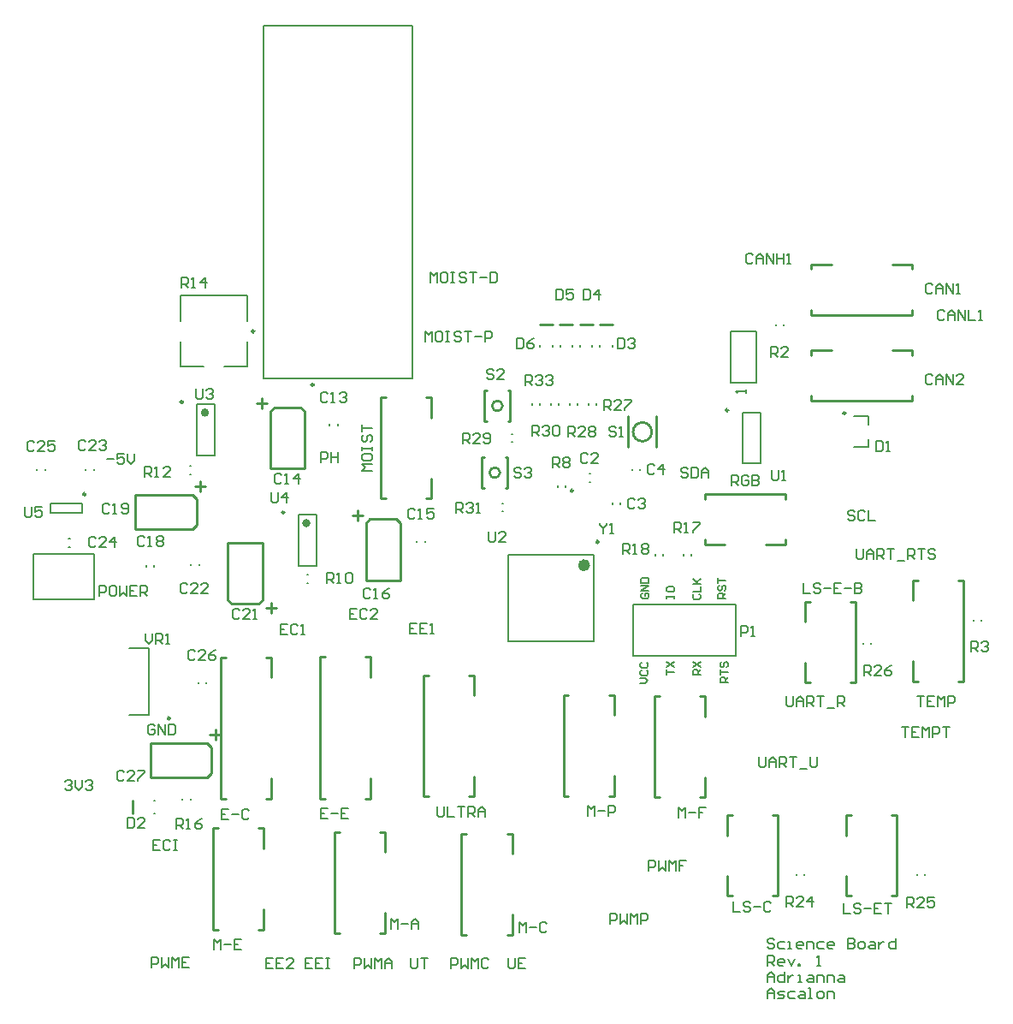
<source format=gto>
G04*
G04 #@! TF.GenerationSoftware,Altium Limited,Altium Designer,18.1.7 (191)*
G04*
G04 Layer_Color=65535*
%FSLAX25Y25*%
%MOIN*%
G70*
G01*
G75*
%ADD10C,0.00984*%
%ADD11C,0.01575*%
%ADD12C,0.02362*%
%ADD13C,0.01000*%
%ADD14C,0.00787*%
%ADD15C,0.00984*%
%ADD16C,0.00700*%
%ADD17C,0.00500*%
D10*
X286517Y239846D02*
G03*
X286517Y239846I-492J0D01*
G01*
X332185Y238685D02*
G03*
X332185Y238685I-492J0D01*
G01*
X197508Y215500D02*
G03*
X197508Y215500I-2008J0D01*
G01*
X198507Y241500D02*
G03*
X198507Y241500I-2008J0D01*
G01*
X68976Y119880D02*
G03*
X68976Y119880I-492J0D01*
G01*
X226052Y208475D02*
G03*
X226052Y208475I-492J0D01*
G01*
X36079Y207105D02*
G03*
X36079Y207105I-492J0D01*
G01*
X113543Y200038D02*
G03*
X113543Y200038I-492J0D01*
G01*
X74043Y243038D02*
G03*
X74043Y243038I-492J0D01*
G01*
X236012Y188542D02*
G03*
X236012Y188542I-492J0D01*
G01*
X101847Y270553D02*
G03*
X101847Y270553I-492J0D01*
G01*
X124992Y249701D02*
G03*
X124992Y249701I-492J0D01*
G01*
D11*
X122894Y195884D02*
G03*
X122894Y195884I-787J0D01*
G01*
X83394Y238884D02*
G03*
X83394Y238884I-787J0D01*
G01*
D12*
X231476Y179487D02*
G03*
X231476Y179487I-1181J0D01*
G01*
D13*
X256665Y231377D02*
G03*
X256665Y231377I-3630J0D01*
G01*
X54500Y82885D02*
Y87885D01*
X61291Y96807D02*
X83535D01*
X61291Y110193D02*
X83535D01*
X61291Y96807D02*
Y110193D01*
X85110Y98382D02*
Y108618D01*
X83535Y110193D02*
X85110Y108618D01*
X83535Y96807D02*
X85110Y98382D01*
X86610Y111500D02*
Y115500D01*
X84535Y113500D02*
X88535D01*
X142000Y196927D02*
Y200927D01*
X140000Y199002D02*
X144000D01*
X157118Y197502D02*
X158693Y195928D01*
X145307D02*
X146882Y197502D01*
X157118D01*
X145307Y173684D02*
X158693D01*
X145307D02*
Y195928D01*
X158693Y173684D02*
Y195928D01*
X200421Y209594D02*
Y221406D01*
X199594Y209594D02*
X200421D01*
X199594Y221406D02*
X200421D01*
X190579Y209594D02*
X191406D01*
X190579Y221406D02*
X191406D01*
X190579Y209594D02*
Y221406D01*
X191579Y235595D02*
Y247406D01*
X192406D01*
X191579Y235595D02*
X192406D01*
X200595Y247406D02*
X201421D01*
X200595Y235595D02*
X201421D01*
Y247406D01*
X220903Y273332D02*
X225903D01*
X228602D02*
X233602D01*
X236301D02*
X241301D01*
X213205D02*
X218205D01*
X258547Y225373D02*
Y237381D01*
X247524Y225373D02*
Y237381D01*
X91563Y165955D02*
Y188199D01*
X104949Y165955D02*
Y188199D01*
X91563D02*
X104949D01*
X93138Y164380D02*
X103374D01*
X104949Y165955D01*
X91563D02*
X93138Y164380D01*
X106256Y162880D02*
X110256D01*
X108256Y160955D02*
Y164955D01*
X55548Y193498D02*
X77792D01*
X55548Y206884D02*
X77792D01*
X55548Y193498D02*
Y206884D01*
X79367Y195073D02*
Y205310D01*
X77792Y206884D02*
X79367Y205310D01*
X77792Y193498D02*
X79367Y195073D01*
X80867Y208191D02*
Y212191D01*
X78792Y210191D02*
X82792D01*
X121449Y217183D02*
Y239427D01*
X108063Y217183D02*
Y239427D01*
Y217183D02*
X121449D01*
X109638Y241002D02*
X119874D01*
X108063Y239427D02*
X109638Y241002D01*
X119874D02*
X121449Y239427D01*
X102756Y242502D02*
X106756D01*
X104756Y240427D02*
Y244427D01*
D14*
X291931Y219158D02*
X299017D01*
X291931Y238843D02*
X299017D01*
Y219158D02*
Y238843D01*
X291931Y219158D02*
Y238843D01*
X62799Y82924D02*
X63201D01*
X62799Y87845D02*
X63201D01*
X308075Y272953D02*
Y273346D01*
X304925Y272953D02*
Y273346D01*
X341043Y225398D02*
Y228646D01*
X335532Y225398D02*
X341043D01*
Y234354D02*
Y237602D01*
X335532D02*
X341043D01*
X39374Y166142D02*
Y183858D01*
X15752Y166142D02*
X39374D01*
X15752D02*
Y183858D01*
X39374D01*
X257925Y183303D02*
Y183697D01*
X261075Y183303D02*
Y183697D01*
X359925Y58803D02*
Y59197D01*
X363075Y58803D02*
Y59197D01*
X316075Y58953D02*
Y59346D01*
X312925Y58953D02*
Y59346D01*
X381925Y157953D02*
Y158346D01*
X385075Y157953D02*
Y158346D01*
X342075Y148953D02*
Y149347D01*
X338925Y148953D02*
Y149347D01*
X272075Y183303D02*
Y183697D01*
X268925Y183303D02*
Y183697D01*
X289394Y144119D02*
Y164119D01*
X249394D02*
X289394D01*
X249394Y144119D02*
Y164119D01*
Y144119D02*
X289394D01*
X202154Y227425D02*
X202547D01*
X202154Y230575D02*
X202547D01*
X198303Y203575D02*
X198697D01*
X198303Y200425D02*
X198697D01*
X223075Y209995D02*
Y210388D01*
X219925Y209995D02*
Y210388D01*
X241398Y203341D02*
Y203735D01*
X244547Y203341D02*
Y203735D01*
X248925Y216494D02*
Y216888D01*
X252075Y216494D02*
Y216888D01*
X225864Y264631D02*
Y265033D01*
X220943Y264631D02*
Y265033D01*
X233563Y264631D02*
Y265033D01*
X228641Y264631D02*
Y265033D01*
X241261Y264631D02*
Y265033D01*
X236340Y264631D02*
Y265033D01*
X218165Y264631D02*
Y265033D01*
X213244Y264631D02*
Y265033D01*
X224639Y242006D02*
Y242400D01*
X227789Y242006D02*
Y242400D01*
X217306Y242006D02*
Y242400D01*
X220455Y242006D02*
Y242400D01*
X231972Y242006D02*
Y242400D01*
X235122Y242006D02*
Y242400D01*
X209972Y242006D02*
Y242400D01*
X213122Y242006D02*
Y242400D01*
X297500Y250500D02*
Y270500D01*
X287500D02*
X297500D01*
X287500Y250500D02*
Y270500D01*
Y250500D02*
X297500D01*
X53024Y147065D02*
X60827D01*
Y121317D02*
Y147065D01*
X53024Y121317D02*
X60827D01*
X232303Y215117D02*
X232697D01*
X232303Y211967D02*
X232697D01*
X22398Y199723D02*
X34602D01*
X22398Y203660D02*
X34602D01*
X22398Y199723D02*
Y203660D01*
X34602Y199723D02*
Y203660D01*
X118957Y179349D02*
X126043D01*
X118957Y199034D02*
X126043D01*
Y179349D02*
Y199034D01*
X118957Y179349D02*
Y199034D01*
X79457Y222349D02*
Y242034D01*
X86543Y222349D02*
Y242034D01*
X79457D02*
X86543D01*
X79457Y222349D02*
X86543D01*
X200768Y183423D02*
X234232D01*
X200768Y149959D02*
X234232D01*
Y183423D01*
X200768Y149959D02*
Y183423D01*
X76981Y88042D02*
Y88436D01*
X73831Y88042D02*
Y88436D01*
X73008Y256931D02*
X81965D01*
X90035D02*
X98992D01*
X73008Y274589D02*
Y284451D01*
Y256931D02*
Y266518D01*
X98992Y256931D02*
Y266518D01*
Y274589D02*
Y284451D01*
X73008D02*
X98992D01*
X76654Y214925D02*
X77047D01*
X76654Y218075D02*
X77047D01*
X122303Y172617D02*
X122697D01*
X122303Y175766D02*
X122697D01*
X105563Y252260D02*
Y389661D01*
X163437Y252260D02*
Y389661D01*
X105563Y252260D02*
X163437D01*
X105563Y389661D02*
X163437D01*
X79925Y133494D02*
Y133888D01*
X83075Y133494D02*
Y133888D01*
X20331Y216494D02*
Y216888D01*
X17182Y216494D02*
Y216888D01*
X29560Y189766D02*
X29953D01*
X29560Y186617D02*
X29953D01*
X36182Y216494D02*
Y216888D01*
X39331Y216494D02*
Y216888D01*
X77182Y179495D02*
Y179888D01*
X80331Y179495D02*
Y179888D01*
X59682Y178995D02*
Y179388D01*
X62831Y178995D02*
Y179388D01*
X165182Y188495D02*
Y188888D01*
X168331Y188495D02*
Y188888D01*
X131182Y233995D02*
Y234388D01*
X134331Y233995D02*
Y234388D01*
D15*
X170685Y236912D02*
Y244786D01*
X168717D02*
X170685D01*
X151000D02*
X152969D01*
X151000Y205416D02*
Y244786D01*
Y205416D02*
X152969D01*
X168717D02*
X170685D01*
Y213290D01*
X202266Y67077D02*
Y74951D01*
X200298D02*
X202266D01*
X182581D02*
X184550D01*
X182581Y35581D02*
Y74951D01*
Y35581D02*
X184550D01*
X200298D02*
X202266D01*
Y43455D01*
X152766Y67693D02*
Y75567D01*
X150798D02*
X152766D01*
X133081D02*
X135050D01*
X133081Y36197D02*
Y75567D01*
Y36197D02*
X135050D01*
X150798D02*
X152766D01*
Y44071D01*
X350311Y263185D02*
X358185D01*
Y261217D02*
Y263185D01*
Y243500D02*
Y245469D01*
X318815Y243500D02*
X358185D01*
X318815D02*
Y245469D01*
Y261217D02*
Y263185D01*
X326689D01*
X105514Y69154D02*
Y77028D01*
X103546D02*
X105514D01*
X85829D02*
X87798D01*
X85829Y37658D02*
Y77028D01*
Y37658D02*
X87798D01*
X103546D02*
X105514D01*
Y45532D01*
X147185Y135872D02*
Y143746D01*
X145217D02*
X147185D01*
X127500D02*
X129469D01*
X127500Y88629D02*
Y143746D01*
Y88629D02*
X129469D01*
X145217D02*
X147185D01*
Y96503D01*
X108484Y88506D02*
Y96380D01*
X106516Y88506D02*
X108484D01*
X88799D02*
X90768D01*
X88799D02*
Y143624D01*
X90768D01*
X106516D02*
X108484D01*
Y135750D02*
Y143624D01*
X277342Y120634D02*
Y128508D01*
X275374D02*
X277342D01*
X257657D02*
X259626D01*
X257657Y89138D02*
Y128508D01*
Y89138D02*
X259626D01*
X275374D02*
X277342D01*
Y97012D01*
X358516Y134315D02*
Y142189D01*
Y134315D02*
X360484D01*
X376232D02*
X378201D01*
Y173685D01*
X376232D02*
X378201D01*
X358516D02*
X360484D01*
X358516Y165811D02*
Y173685D01*
X286016Y50689D02*
Y58563D01*
Y50689D02*
X287984D01*
X286016Y74311D02*
Y82185D01*
X287984D01*
X303732D02*
X305701D01*
X303732Y50689D02*
X305701D01*
Y82185D01*
X316315Y133752D02*
Y141626D01*
Y133752D02*
X318283D01*
X316315Y157374D02*
Y165248D01*
X318283D01*
X334031D02*
X336000D01*
X334031Y133752D02*
X336000D01*
Y165248D01*
X332315Y50689D02*
Y58563D01*
Y50689D02*
X334283D01*
X332315Y74311D02*
Y82185D01*
X334283D01*
X350031D02*
X352000D01*
X350031Y50689D02*
X352000D01*
Y82185D01*
X241953Y89638D02*
Y97512D01*
X239985Y89638D02*
X241953D01*
X222268D02*
X224237D01*
X222268D02*
Y129008D01*
X224237D01*
X239985D02*
X241953D01*
Y121134D02*
Y129008D01*
X187484Y89441D02*
Y97315D01*
X185516Y89441D02*
X187484D01*
X167799D02*
X169768D01*
X167799D02*
Y136685D01*
X169768D01*
X185516D02*
X187484D01*
Y128811D02*
Y136685D01*
X277315Y207201D02*
X308811D01*
Y205232D02*
Y207201D01*
X277315Y205232D02*
Y207201D01*
Y187516D02*
Y189484D01*
Y187516D02*
X285189D01*
X308811D02*
Y189484D01*
X300937Y187516D02*
X308811D01*
X350311Y296685D02*
X358185D01*
Y294717D02*
Y296685D01*
Y277000D02*
Y278969D01*
X318815Y277000D02*
X358185D01*
X318815D02*
Y278969D01*
Y294717D02*
Y296685D01*
X326689D01*
D16*
X304366Y33468D02*
X303699Y34134D01*
X302366D01*
X301700Y33468D01*
Y32801D01*
X302366Y32135D01*
X303699D01*
X304366Y31468D01*
Y30802D01*
X303699Y30135D01*
X302366D01*
X301700Y30802D01*
X308365Y32801D02*
X306365D01*
X305699Y32135D01*
Y30802D01*
X306365Y30135D01*
X308365D01*
X309697D02*
X311030D01*
X310364D01*
Y32801D01*
X309697D01*
X315029Y30135D02*
X313696D01*
X313030Y30802D01*
Y32135D01*
X313696Y32801D01*
X315029D01*
X315696Y32135D01*
Y31468D01*
X313030D01*
X317028Y30135D02*
Y32801D01*
X319028D01*
X319694Y32135D01*
Y30135D01*
X323693Y32801D02*
X321694D01*
X321027Y32135D01*
Y30802D01*
X321694Y30135D01*
X323693D01*
X327025D02*
X325692D01*
X325026Y30802D01*
Y32135D01*
X325692Y32801D01*
X327025D01*
X327692Y32135D01*
Y31468D01*
X325026D01*
X333023Y34134D02*
Y30135D01*
X335023D01*
X335689Y30802D01*
Y31468D01*
X335023Y32135D01*
X333023D01*
X335023D01*
X335689Y32801D01*
Y33468D01*
X335023Y34134D01*
X333023D01*
X337688Y30135D02*
X339021D01*
X339688Y30802D01*
Y32135D01*
X339021Y32801D01*
X337688D01*
X337022Y32135D01*
Y30802D01*
X337688Y30135D01*
X341687Y32801D02*
X343020D01*
X343687Y32135D01*
Y30135D01*
X341687D01*
X341021Y30802D01*
X341687Y31468D01*
X343687D01*
X345019Y32801D02*
Y30135D01*
Y31468D01*
X345686Y32135D01*
X346352Y32801D01*
X347019D01*
X351684Y34134D02*
Y30135D01*
X349685D01*
X349018Y30802D01*
Y32135D01*
X349685Y32801D01*
X351684D01*
X301700Y23657D02*
Y27656D01*
X303699D01*
X304366Y26989D01*
Y25656D01*
X303699Y24990D01*
X301700D01*
X303033D02*
X304366Y23657D01*
X307698D02*
X306365D01*
X305699Y24323D01*
Y25656D01*
X306365Y26323D01*
X307698D01*
X308365Y25656D01*
Y24990D01*
X305699D01*
X309697Y26323D02*
X311030Y23657D01*
X312363Y26323D01*
X313696Y23657D02*
Y24323D01*
X314363D01*
Y23657D01*
X313696D01*
X321027D02*
X322360D01*
X321694D01*
Y27656D01*
X321027Y26989D01*
X301700Y17178D02*
Y19844D01*
X303033Y21177D01*
X304366Y19844D01*
Y17178D01*
Y19178D01*
X301700D01*
X308365Y21177D02*
Y17178D01*
X306365D01*
X305699Y17845D01*
Y19178D01*
X306365Y19844D01*
X308365D01*
X309697D02*
Y17178D01*
Y18511D01*
X310364Y19178D01*
X311030Y19844D01*
X311697D01*
X313696Y17178D02*
X315029D01*
X314363D01*
Y19844D01*
X313696D01*
X317695D02*
X319028D01*
X319694Y19178D01*
Y17178D01*
X317695D01*
X317028Y17845D01*
X317695Y18511D01*
X319694D01*
X321027Y17178D02*
Y19844D01*
X323026D01*
X323693Y19178D01*
Y17178D01*
X325026D02*
Y19844D01*
X327025D01*
X327692Y19178D01*
Y17178D01*
X329691Y19844D02*
X331024D01*
X331690Y19178D01*
Y17178D01*
X329691D01*
X329025Y17845D01*
X329691Y18511D01*
X331690D01*
X301700Y10700D02*
Y13366D01*
X303033Y14699D01*
X304366Y13366D01*
Y10700D01*
Y12699D01*
X301700D01*
X305699Y10700D02*
X307698D01*
X308365Y11366D01*
X307698Y12033D01*
X306365D01*
X305699Y12699D01*
X306365Y13366D01*
X308365D01*
X312363D02*
X310364D01*
X309697Y12699D01*
Y11366D01*
X310364Y10700D01*
X312363D01*
X314363Y13366D02*
X315696D01*
X316362Y12699D01*
Y10700D01*
X314363D01*
X313696Y11366D01*
X314363Y12033D01*
X316362D01*
X317695Y10700D02*
X319028D01*
X318361D01*
Y14699D01*
X317695D01*
X321694Y10700D02*
X323026D01*
X323693Y11366D01*
Y12699D01*
X323026Y13366D01*
X321694D01*
X321027Y12699D01*
Y11366D01*
X321694Y10700D01*
X325026D02*
Y13366D01*
X327025D01*
X327692Y12699D01*
Y10700D01*
X240500Y40000D02*
Y43999D01*
X242499D01*
X243166Y43332D01*
Y41999D01*
X242499Y41333D01*
X240500D01*
X244499Y43999D02*
Y40000D01*
X245832Y41333D01*
X247165Y40000D01*
Y43999D01*
X248497Y40000D02*
Y43999D01*
X249830Y42666D01*
X251163Y43999D01*
Y40000D01*
X252496D02*
Y43999D01*
X254496D01*
X255162Y43332D01*
Y41999D01*
X254496Y41333D01*
X252496D01*
X255500Y60500D02*
Y64499D01*
X257499D01*
X258166Y63832D01*
Y62499D01*
X257499Y61833D01*
X255500D01*
X259499Y64499D02*
Y60500D01*
X260832Y61833D01*
X262164Y60500D01*
Y64499D01*
X263497Y60500D02*
Y64499D01*
X264830Y63166D01*
X266163Y64499D01*
Y60500D01*
X270162Y64499D02*
X267496D01*
Y62499D01*
X268829D01*
X267496D01*
Y60500D01*
X61900Y23000D02*
Y26999D01*
X63899D01*
X64566Y26332D01*
Y24999D01*
X63899Y24333D01*
X61900D01*
X65899Y26999D02*
Y23000D01*
X67232Y24333D01*
X68564Y23000D01*
Y26999D01*
X69897Y23000D02*
Y26999D01*
X71230Y25666D01*
X72563Y26999D01*
Y23000D01*
X76562Y26999D02*
X73896D01*
Y23000D01*
X76562D01*
X73896Y24999D02*
X75229D01*
X178400Y22500D02*
Y26499D01*
X180399D01*
X181066Y25832D01*
Y24499D01*
X180399Y23833D01*
X178400D01*
X182399Y26499D02*
Y22500D01*
X183732Y23833D01*
X185064Y22500D01*
Y26499D01*
X186397Y22500D02*
Y26499D01*
X187730Y25166D01*
X189063Y26499D01*
Y22500D01*
X193062Y25832D02*
X192395Y26499D01*
X191063D01*
X190396Y25832D01*
Y23167D01*
X191063Y22500D01*
X192395D01*
X193062Y23167D01*
X140900Y22500D02*
Y26499D01*
X142899D01*
X143566Y25832D01*
Y24499D01*
X142899Y23833D01*
X140900D01*
X144899Y26499D02*
Y22500D01*
X146232Y23833D01*
X147564Y22500D01*
Y26499D01*
X148897Y22500D02*
Y26499D01*
X150230Y25166D01*
X151563Y26499D01*
Y22500D01*
X152896D02*
Y25166D01*
X154229Y26499D01*
X155562Y25166D01*
Y22500D01*
Y24499D01*
X152896D01*
X366166Y253332D02*
X365499Y253999D01*
X364166D01*
X363500Y253332D01*
Y250666D01*
X364166Y250000D01*
X365499D01*
X366166Y250666D01*
X367499Y250000D02*
Y252666D01*
X368832Y253999D01*
X370164Y252666D01*
Y250000D01*
Y251999D01*
X367499D01*
X371497Y250000D02*
Y253999D01*
X374163Y250000D01*
Y253999D01*
X378162Y250000D02*
X375496D01*
X378162Y252666D01*
Y253332D01*
X377496Y253999D01*
X376163D01*
X375496Y253332D01*
X360025Y128454D02*
X362690D01*
X361357D01*
Y124455D01*
X366689Y128454D02*
X364023D01*
Y124455D01*
X366689D01*
X364023Y126454D02*
X365356D01*
X368022Y124455D02*
Y128454D01*
X369355Y127121D01*
X370688Y128454D01*
Y124455D01*
X372021D02*
Y128454D01*
X374020D01*
X374687Y127787D01*
Y126454D01*
X374020Y125788D01*
X372021D01*
X130366Y84699D02*
X127700D01*
Y80700D01*
X130366D01*
X127700Y82699D02*
X129033D01*
X131699D02*
X134364D01*
X138363Y84699D02*
X135697D01*
Y80700D01*
X138363D01*
X135697Y82699D02*
X137030D01*
X354000Y116499D02*
X356666D01*
X355333D01*
Y112500D01*
X360665Y116499D02*
X357999D01*
Y112500D01*
X360665D01*
X357999Y114499D02*
X359332D01*
X361997Y112500D02*
Y116499D01*
X363330Y115166D01*
X364663Y116499D01*
Y112500D01*
X365996D02*
Y116499D01*
X367996D01*
X368662Y115832D01*
Y114499D01*
X367996Y113833D01*
X365996D01*
X369995Y116499D02*
X372661D01*
X371328D01*
Y112500D01*
X44500Y220999D02*
X47166D01*
X51165Y222999D02*
X48499D01*
Y220999D01*
X49832Y221666D01*
X50498D01*
X51165Y220999D01*
Y219666D01*
X50498Y219000D01*
X49165D01*
X48499Y219666D01*
X52497Y222999D02*
Y220333D01*
X53830Y219000D01*
X55163Y220333D01*
Y222999D01*
X267000Y81300D02*
Y85299D01*
X268333Y83966D01*
X269666Y85299D01*
Y81300D01*
X270999Y83299D02*
X273664D01*
X277663Y85299D02*
X274997D01*
Y83299D01*
X276330D01*
X274997D01*
Y81300D01*
X231700Y81800D02*
Y85799D01*
X233033Y84466D01*
X234366Y85799D01*
Y81800D01*
X235699Y83799D02*
X238365D01*
X239697Y81800D02*
Y85799D01*
X241697D01*
X242363Y85132D01*
Y83799D01*
X241697Y83133D01*
X239697D01*
X205666Y216832D02*
X204999Y217499D01*
X203666D01*
X203000Y216832D01*
Y216166D01*
X203666Y215499D01*
X204999D01*
X205666Y214833D01*
Y214166D01*
X204999Y213500D01*
X203666D01*
X203000Y214166D01*
X206999Y216832D02*
X207665Y217499D01*
X208998D01*
X209665Y216832D01*
Y216166D01*
X208998Y215499D01*
X208332D01*
X208998D01*
X209665Y214833D01*
Y214166D01*
X208998Y213500D01*
X207665D01*
X206999Y214166D01*
X195166Y255332D02*
X194499Y255999D01*
X193166D01*
X192500Y255332D01*
Y254666D01*
X193166Y253999D01*
X194499D01*
X195166Y253333D01*
Y252666D01*
X194499Y252000D01*
X193166D01*
X192500Y252666D01*
X199164Y252000D02*
X196499D01*
X199164Y254666D01*
Y255332D01*
X198498Y255999D01*
X197165D01*
X196499Y255332D01*
X207500Y249500D02*
Y253499D01*
X209499D01*
X210166Y252832D01*
Y251499D01*
X209499Y250833D01*
X207500D01*
X208833D02*
X210166Y249500D01*
X211499Y252832D02*
X212165Y253499D01*
X213498D01*
X214164Y252832D01*
Y252166D01*
X213498Y251499D01*
X212832D01*
X213498D01*
X214164Y250833D01*
Y250166D01*
X213498Y249500D01*
X212165D01*
X211499Y250166D01*
X215497Y252832D02*
X216164Y253499D01*
X217497D01*
X218163Y252832D01*
Y252166D01*
X217497Y251499D01*
X216830D01*
X217497D01*
X218163Y250833D01*
Y250166D01*
X217497Y249500D01*
X216164D01*
X215497Y250166D01*
X210000Y230000D02*
Y233999D01*
X211999D01*
X212666Y233332D01*
Y231999D01*
X211999Y231333D01*
X210000D01*
X211333D02*
X212666Y230000D01*
X213999Y233332D02*
X214665Y233999D01*
X215998D01*
X216665Y233332D01*
Y232666D01*
X215998Y231999D01*
X215332D01*
X215998D01*
X216665Y231333D01*
Y230666D01*
X215998Y230000D01*
X214665D01*
X213999Y230666D01*
X217997Y233332D02*
X218664Y233999D01*
X219997D01*
X220663Y233332D01*
Y230666D01*
X219997Y230000D01*
X218664D01*
X217997Y230666D01*
Y233332D01*
X224000Y229500D02*
Y233499D01*
X225999D01*
X226666Y232832D01*
Y231499D01*
X225999Y230833D01*
X224000D01*
X225333D02*
X226666Y229500D01*
X230664D02*
X227999D01*
X230664Y232166D01*
Y232832D01*
X229998Y233499D01*
X228665D01*
X227999Y232832D01*
X231997D02*
X232664Y233499D01*
X233997D01*
X234663Y232832D01*
Y232166D01*
X233997Y231499D01*
X234663Y230833D01*
Y230166D01*
X233997Y229500D01*
X232664D01*
X231997Y230166D01*
Y230833D01*
X232664Y231499D01*
X231997Y232166D01*
Y232832D01*
X232664Y231499D02*
X233997D01*
X238000Y240000D02*
Y243999D01*
X239999D01*
X240666Y243332D01*
Y241999D01*
X239999Y241333D01*
X238000D01*
X239333D02*
X240666Y240000D01*
X244665D02*
X241999D01*
X244665Y242666D01*
Y243332D01*
X243998Y243999D01*
X242665D01*
X241999Y243332D01*
X245997Y243999D02*
X248663D01*
Y243332D01*
X245997Y240666D01*
Y240000D01*
X204000Y267999D02*
Y264000D01*
X205999D01*
X206666Y264666D01*
Y267332D01*
X205999Y267999D01*
X204000D01*
X210665D02*
X209332Y267332D01*
X207999Y265999D01*
Y264666D01*
X208665Y264000D01*
X209998D01*
X210665Y264666D01*
Y265333D01*
X209998Y265999D01*
X207999D01*
X146966Y169832D02*
X146299Y170499D01*
X144966D01*
X144300Y169832D01*
Y167166D01*
X144966Y166500D01*
X146299D01*
X146966Y167166D01*
X148299Y166500D02*
X149632D01*
X148965D01*
Y170499D01*
X148299Y169832D01*
X154297Y170499D02*
X152964Y169832D01*
X151631Y168499D01*
Y167166D01*
X152297Y166500D01*
X153630D01*
X154297Y167166D01*
Y167833D01*
X153630Y168499D01*
X151631D01*
X200900Y26507D02*
Y23175D01*
X201567Y22509D01*
X202899D01*
X203566Y23175D01*
Y26507D01*
X207564D02*
X204899D01*
Y22509D01*
X207564D01*
X204899Y24508D02*
X206232D01*
X162900Y26507D02*
Y23175D01*
X163567Y22509D01*
X164899D01*
X165566Y23175D01*
Y26507D01*
X166899D02*
X169564D01*
X168232D01*
Y22509D01*
X127900Y219509D02*
Y223507D01*
X129899D01*
X130566Y222841D01*
Y221508D01*
X129899Y220842D01*
X127900D01*
X131899Y223507D02*
Y219509D01*
Y221508D01*
X134564D01*
Y223507D01*
Y219509D01*
X170400Y289509D02*
Y293507D01*
X171733Y292175D01*
X173066Y293507D01*
Y289509D01*
X176398Y293507D02*
X175065D01*
X174399Y292841D01*
Y290175D01*
X175065Y289509D01*
X176398D01*
X177065Y290175D01*
Y292841D01*
X176398Y293507D01*
X178397D02*
X179730D01*
X179064D01*
Y289509D01*
X178397D01*
X179730D01*
X184396Y292841D02*
X183729Y293507D01*
X182396D01*
X181730Y292841D01*
Y292175D01*
X182396Y291508D01*
X183729D01*
X184396Y290842D01*
Y290175D01*
X183729Y289509D01*
X182396D01*
X181730Y290175D01*
X185728Y293507D02*
X188394D01*
X187061D01*
Y289509D01*
X189727Y291508D02*
X192393D01*
X193726Y293507D02*
Y289509D01*
X195725D01*
X196392Y290175D01*
Y292841D01*
X195725Y293507D01*
X193726D01*
X168400Y266500D02*
Y270499D01*
X169733Y269166D01*
X171066Y270499D01*
Y266500D01*
X174398Y270499D02*
X173065D01*
X172399Y269832D01*
Y267166D01*
X173065Y266500D01*
X174398D01*
X175065Y267166D01*
Y269832D01*
X174398Y270499D01*
X176397D02*
X177730D01*
X177064D01*
Y266500D01*
X176397D01*
X177730D01*
X182396Y269832D02*
X181729Y270499D01*
X180396D01*
X179730Y269832D01*
Y269166D01*
X180396Y268499D01*
X181729D01*
X182396Y267833D01*
Y267166D01*
X181729Y266500D01*
X180396D01*
X179730Y267166D01*
X183728Y270499D02*
X186394D01*
X185061D01*
Y266500D01*
X187727Y268499D02*
X190393D01*
X191726Y266500D02*
Y270499D01*
X193725D01*
X194392Y269832D01*
Y268499D01*
X193725Y267833D01*
X191726D01*
X124566Y26507D02*
X121900D01*
Y22509D01*
X124566D01*
X121900Y24508D02*
X123233D01*
X128565Y26507D02*
X125899D01*
Y22509D01*
X128565D01*
X125899Y24508D02*
X127232D01*
X129897Y26507D02*
X131230D01*
X130564D01*
Y22509D01*
X129897D01*
X131230D01*
X109066Y26499D02*
X106400D01*
Y22500D01*
X109066D01*
X106400Y24499D02*
X107733D01*
X113065Y26499D02*
X110399D01*
Y22500D01*
X113065D01*
X110399Y24499D02*
X111732D01*
X117063Y22500D02*
X114397D01*
X117063Y25166D01*
Y25832D01*
X116397Y26499D01*
X115064D01*
X114397Y25832D01*
X165166Y156999D02*
X162500D01*
Y153000D01*
X165166D01*
X162500Y154999D02*
X163833D01*
X169165Y156999D02*
X166499D01*
Y153000D01*
X169165D01*
X166499Y154999D02*
X167832D01*
X170497Y153000D02*
X171830D01*
X171164D01*
Y156999D01*
X170497Y156332D01*
X309000Y128499D02*
Y125166D01*
X309666Y124500D01*
X310999D01*
X311666Y125166D01*
Y128499D01*
X312999Y124500D02*
Y127166D01*
X314332Y128499D01*
X315665Y127166D01*
Y124500D01*
Y126499D01*
X312999D01*
X316997Y124500D02*
Y128499D01*
X318997D01*
X319663Y127832D01*
Y126499D01*
X318997Y125833D01*
X316997D01*
X318330D02*
X319663Y124500D01*
X320996Y128499D02*
X323662D01*
X322329D01*
Y124500D01*
X324995Y123834D02*
X327661D01*
X328994Y124500D02*
Y128499D01*
X330993D01*
X331659Y127832D01*
Y126499D01*
X330993Y125833D01*
X328994D01*
X330327D02*
X331659Y124500D01*
X298500Y104999D02*
Y101666D01*
X299166Y101000D01*
X300499D01*
X301166Y101666D01*
Y104999D01*
X302499Y101000D02*
Y103666D01*
X303832Y104999D01*
X305165Y103666D01*
Y101000D01*
Y102999D01*
X302499D01*
X306497Y101000D02*
Y104999D01*
X308497D01*
X309163Y104332D01*
Y102999D01*
X308497Y102333D01*
X306497D01*
X307830D02*
X309163Y101000D01*
X310496Y104999D02*
X313162D01*
X311829D01*
Y101000D01*
X314495Y100334D02*
X317161D01*
X318494Y104999D02*
Y101666D01*
X319160Y101000D01*
X320493D01*
X321159Y101666D01*
Y104999D01*
X336500Y185999D02*
Y182667D01*
X337166Y182000D01*
X338499D01*
X339166Y182667D01*
Y185999D01*
X340499Y182000D02*
Y184666D01*
X341832Y185999D01*
X343164Y184666D01*
Y182000D01*
Y183999D01*
X340499D01*
X344497Y182000D02*
Y185999D01*
X346497D01*
X347163Y185332D01*
Y183999D01*
X346497Y183333D01*
X344497D01*
X345830D02*
X347163Y182000D01*
X348496Y185999D02*
X351162D01*
X349829D01*
Y182000D01*
X352495Y181333D02*
X355161D01*
X356494Y182000D02*
Y185999D01*
X358493D01*
X359159Y185332D01*
Y183999D01*
X358493Y183333D01*
X356494D01*
X357826D02*
X359159Y182000D01*
X360492Y185999D02*
X363158D01*
X361825D01*
Y182000D01*
X367157Y185332D02*
X366490Y185999D01*
X365157D01*
X364491Y185332D01*
Y184666D01*
X365157Y183999D01*
X366490D01*
X367157Y183333D01*
Y182667D01*
X366490Y182000D01*
X365157D01*
X364491Y182667D01*
X65066Y72507D02*
X62400D01*
Y68509D01*
X65066D01*
X62400Y70508D02*
X63733D01*
X69064Y71841D02*
X68398Y72507D01*
X67065D01*
X66399Y71841D01*
Y69175D01*
X67065Y68509D01*
X68398D01*
X69064Y69175D01*
X70397Y72507D02*
X71730D01*
X71064D01*
Y68509D01*
X70397D01*
X71730D01*
X335666Y200332D02*
X334999Y200999D01*
X333666D01*
X333000Y200332D01*
Y199666D01*
X333666Y198999D01*
X334999D01*
X335666Y198333D01*
Y197667D01*
X334999Y197000D01*
X333666D01*
X333000Y197667D01*
X339665Y200332D02*
X338998Y200999D01*
X337665D01*
X336999Y200332D01*
Y197667D01*
X337665Y197000D01*
X338998D01*
X339665Y197667D01*
X340997Y200999D02*
Y197000D01*
X343663D01*
X270666Y216832D02*
X269999Y217499D01*
X268666D01*
X268000Y216832D01*
Y216166D01*
X268666Y215499D01*
X269999D01*
X270666Y214833D01*
Y214166D01*
X269999Y213500D01*
X268666D01*
X268000Y214166D01*
X271999Y217499D02*
Y213500D01*
X273998D01*
X274664Y214166D01*
Y216832D01*
X273998Y217499D01*
X271999D01*
X275997Y213500D02*
Y216166D01*
X277330Y217499D01*
X278663Y216166D01*
Y213500D01*
Y215499D01*
X275997D01*
X141666Y162499D02*
X139000D01*
Y158500D01*
X141666D01*
X139000Y160499D02*
X140333D01*
X145665Y161832D02*
X144998Y162499D01*
X143665D01*
X142999Y161832D01*
Y159167D01*
X143665Y158500D01*
X144998D01*
X145665Y159167D01*
X149663Y158500D02*
X146997D01*
X149663Y161166D01*
Y161832D01*
X148997Y162499D01*
X147664D01*
X146997Y161832D01*
X114666Y156499D02*
X112000D01*
Y152500D01*
X114666D01*
X112000Y154499D02*
X113333D01*
X118665Y155832D02*
X117998Y156499D01*
X116665D01*
X115999Y155832D01*
Y153166D01*
X116665Y152500D01*
X117998D01*
X118665Y153166D01*
X119997Y152500D02*
X121330D01*
X120664D01*
Y156499D01*
X119997Y155832D01*
X236500Y195999D02*
Y195332D01*
X237833Y193999D01*
X239166Y195332D01*
Y195999D01*
X237833Y193999D02*
Y192000D01*
X240499D02*
X241832D01*
X241165D01*
Y195999D01*
X240499Y195332D01*
X59500Y152999D02*
Y150333D01*
X60833Y149000D01*
X62166Y150333D01*
Y152999D01*
X63499Y149000D02*
Y152999D01*
X65498D01*
X66164Y152332D01*
Y150999D01*
X65498Y150333D01*
X63499D01*
X64832D02*
X66164Y149000D01*
X67497D02*
X68830D01*
X68164D01*
Y152999D01*
X67497Y152332D01*
X173200Y85599D02*
Y82266D01*
X173866Y81600D01*
X175199D01*
X175866Y82266D01*
Y85599D01*
X177199D02*
Y81600D01*
X179865D01*
X181197Y85599D02*
X183863D01*
X182530D01*
Y81600D01*
X185196D02*
Y85599D01*
X187196D01*
X187862Y84932D01*
Y83599D01*
X187196Y82933D01*
X185196D01*
X186529D02*
X187862Y81600D01*
X189195D02*
Y84266D01*
X190528Y85599D01*
X191861Y84266D01*
Y81600D01*
Y83599D01*
X189195D01*
X12500Y202203D02*
Y198871D01*
X13167Y198205D01*
X14499D01*
X15166Y198871D01*
Y202203D01*
X19164D02*
X16499D01*
Y200204D01*
X17832Y200870D01*
X18498D01*
X19164Y200204D01*
Y198871D01*
X18498Y198205D01*
X17165D01*
X16499Y198871D01*
X108300Y207699D02*
Y204366D01*
X108967Y203700D01*
X110299D01*
X110966Y204366D01*
Y207699D01*
X114298Y203700D02*
Y207699D01*
X112299Y205699D01*
X114964D01*
X79000Y248190D02*
Y244858D01*
X79666Y244191D01*
X80999D01*
X81666Y244858D01*
Y248190D01*
X82999Y247524D02*
X83665Y248190D01*
X84998D01*
X85664Y247524D01*
Y246857D01*
X84998Y246191D01*
X84332D01*
X84998D01*
X85664Y245524D01*
Y244858D01*
X84998Y244191D01*
X83665D01*
X82999Y244858D01*
X193000Y192499D02*
Y189166D01*
X193667Y188500D01*
X194999D01*
X195666Y189166D01*
Y192499D01*
X199664Y188500D02*
X196999D01*
X199664Y191166D01*
Y191832D01*
X198998Y192499D01*
X197665D01*
X196999Y191832D01*
X303500Y216499D02*
Y213166D01*
X304166Y212500D01*
X305499D01*
X306166Y213166D01*
Y216499D01*
X307499Y212500D02*
X308832D01*
X308165D01*
Y216499D01*
X307499Y215832D01*
X63166Y116832D02*
X62499Y117499D01*
X61166D01*
X60500Y116832D01*
Y114166D01*
X61166Y113500D01*
X62499D01*
X63166Y114166D01*
Y115499D01*
X61833D01*
X64499Y113500D02*
Y117499D01*
X67164Y113500D01*
Y117499D01*
X68497D02*
Y113500D01*
X70497D01*
X71163Y114166D01*
Y116832D01*
X70497Y117499D01*
X68497D01*
X28000Y95332D02*
X28666Y95999D01*
X29999D01*
X30666Y95332D01*
Y94666D01*
X29999Y93999D01*
X29333D01*
X29999D01*
X30666Y93333D01*
Y92666D01*
X29999Y92000D01*
X28666D01*
X28000Y92666D01*
X31999Y95999D02*
Y93333D01*
X33332Y92000D01*
X34664Y93333D01*
Y95999D01*
X35997Y95332D02*
X36664Y95999D01*
X37997D01*
X38663Y95332D01*
Y94666D01*
X37997Y93999D01*
X37330D01*
X37997D01*
X38663Y93333D01*
Y92666D01*
X37997Y92000D01*
X36664D01*
X35997Y92666D01*
X370666Y278332D02*
X369999Y278999D01*
X368666D01*
X368000Y278332D01*
Y275666D01*
X368666Y275000D01*
X369999D01*
X370666Y275666D01*
X371999Y275000D02*
Y277666D01*
X373332Y278999D01*
X374664Y277666D01*
Y275000D01*
Y276999D01*
X371999D01*
X375997Y275000D02*
Y278999D01*
X378663Y275000D01*
Y278999D01*
X379996D02*
Y275000D01*
X382662D01*
X383995D02*
X385328D01*
X384661D01*
Y278999D01*
X383995Y278332D01*
X296166Y300332D02*
X295499Y300999D01*
X294166D01*
X293500Y300332D01*
Y297666D01*
X294166Y297000D01*
X295499D01*
X296166Y297666D01*
X297499Y297000D02*
Y299666D01*
X298832Y300999D01*
X300165Y299666D01*
Y297000D01*
Y298999D01*
X297499D01*
X301497Y297000D02*
Y300999D01*
X304163Y297000D01*
Y300999D01*
X305496D02*
Y297000D01*
Y298999D01*
X308162D01*
Y300999D01*
Y297000D01*
X309495D02*
X310828D01*
X310161D01*
Y300999D01*
X309495Y300332D01*
X242666Y232832D02*
X241999Y233499D01*
X240666D01*
X240000Y232832D01*
Y232166D01*
X240666Y231499D01*
X241999D01*
X242666Y230833D01*
Y230166D01*
X241999Y229500D01*
X240666D01*
X240000Y230166D01*
X243999Y229500D02*
X245332D01*
X244665D01*
Y233499D01*
X243999Y232832D01*
X287700Y210400D02*
Y214399D01*
X289699D01*
X290366Y213732D01*
Y212399D01*
X289699Y211733D01*
X287700D01*
X289033D02*
X290366Y210400D01*
X294365Y213732D02*
X293698Y214399D01*
X292365D01*
X291699Y213732D01*
Y211066D01*
X292365Y210400D01*
X293698D01*
X294365Y211066D01*
Y212399D01*
X293032D01*
X295697Y214399D02*
Y210400D01*
X297697D01*
X298363Y211066D01*
Y211733D01*
X297697Y212399D01*
X295697D01*
X297697D01*
X298363Y213066D01*
Y213732D01*
X297697Y214399D01*
X295697D01*
X180500Y200000D02*
Y203999D01*
X182499D01*
X183166Y203332D01*
Y201999D01*
X182499Y201333D01*
X180500D01*
X181833D02*
X183166Y200000D01*
X184499Y203332D02*
X185165Y203999D01*
X186498D01*
X187164Y203332D01*
Y202666D01*
X186498Y201999D01*
X185832D01*
X186498D01*
X187164Y201333D01*
Y200666D01*
X186498Y200000D01*
X185165D01*
X184499Y200666D01*
X188497Y200000D02*
X189830D01*
X189164D01*
Y203999D01*
X188497Y203332D01*
X183000Y227000D02*
Y230999D01*
X184999D01*
X185666Y230332D01*
Y228999D01*
X184999Y228333D01*
X183000D01*
X184333D02*
X185666Y227000D01*
X189664D02*
X186999D01*
X189664Y229666D01*
Y230332D01*
X188998Y230999D01*
X187665D01*
X186999Y230332D01*
X190997Y227666D02*
X191664Y227000D01*
X192997D01*
X193663Y227666D01*
Y230332D01*
X192997Y230999D01*
X191664D01*
X190997Y230332D01*
Y229666D01*
X191664Y228999D01*
X193663D01*
X339500Y136500D02*
Y140499D01*
X341499D01*
X342166Y139832D01*
Y138499D01*
X341499Y137833D01*
X339500D01*
X340833D02*
X342166Y136500D01*
X346164D02*
X343499D01*
X346164Y139166D01*
Y139832D01*
X345498Y140499D01*
X344165D01*
X343499Y139832D01*
X350163Y140499D02*
X348830Y139832D01*
X347497Y138499D01*
Y137167D01*
X348164Y136500D01*
X349497D01*
X350163Y137167D01*
Y137833D01*
X349497Y138499D01*
X347497D01*
X356200Y46300D02*
Y50299D01*
X358199D01*
X358866Y49632D01*
Y48299D01*
X358199Y47633D01*
X356200D01*
X357533D02*
X358866Y46300D01*
X362864D02*
X360199D01*
X362864Y48966D01*
Y49632D01*
X362198Y50299D01*
X360865D01*
X360199Y49632D01*
X366863Y50299D02*
X364197D01*
Y48299D01*
X365530Y48966D01*
X366197D01*
X366863Y48299D01*
Y46966D01*
X366197Y46300D01*
X364864D01*
X364197Y46966D01*
X309200Y46450D02*
Y50448D01*
X311199D01*
X311866Y49782D01*
Y48449D01*
X311199Y47782D01*
X309200D01*
X310533D02*
X311866Y46450D01*
X315864D02*
X313199D01*
X315864Y49115D01*
Y49782D01*
X315198Y50448D01*
X313865D01*
X313199Y49782D01*
X319197Y46450D02*
Y50448D01*
X317197Y48449D01*
X319863D01*
X245500Y184000D02*
Y187999D01*
X247499D01*
X248166Y187332D01*
Y185999D01*
X247499Y185333D01*
X245500D01*
X246833D02*
X248166Y184000D01*
X249499D02*
X250832D01*
X250165D01*
Y187999D01*
X249499Y187332D01*
X252831D02*
X253497Y187999D01*
X254830D01*
X255497Y187332D01*
Y186666D01*
X254830Y185999D01*
X255497Y185333D01*
Y184667D01*
X254830Y184000D01*
X253497D01*
X252831Y184667D01*
Y185333D01*
X253497Y185999D01*
X252831Y186666D01*
Y187332D01*
X253497Y185999D02*
X254830D01*
X265500Y192200D02*
Y196199D01*
X267499D01*
X268166Y195532D01*
Y194199D01*
X267499Y193533D01*
X265500D01*
X266833D02*
X268166Y192200D01*
X269499D02*
X270832D01*
X270165D01*
Y196199D01*
X269499Y195532D01*
X272831Y196199D02*
X275497D01*
Y195532D01*
X272831Y192867D01*
Y192200D01*
X71500Y77000D02*
Y80999D01*
X73499D01*
X74166Y80332D01*
Y78999D01*
X73499Y78333D01*
X71500D01*
X72833D02*
X74166Y77000D01*
X75499D02*
X76832D01*
X76165D01*
Y80999D01*
X75499Y80332D01*
X81497Y80999D02*
X80164Y80332D01*
X78831Y78999D01*
Y77666D01*
X79497Y77000D01*
X80830D01*
X81497Y77666D01*
Y78333D01*
X80830Y78999D01*
X78831D01*
X73500Y287500D02*
Y291499D01*
X75499D01*
X76166Y290832D01*
Y289499D01*
X75499Y288833D01*
X73500D01*
X74833D02*
X76166Y287500D01*
X77499D02*
X78832D01*
X78165D01*
Y291499D01*
X77499Y290832D01*
X82830Y287500D02*
Y291499D01*
X80831Y289499D01*
X83497D01*
X59000Y214000D02*
Y217999D01*
X60999D01*
X61666Y217332D01*
Y215999D01*
X60999Y215333D01*
X59000D01*
X60333D02*
X61666Y214000D01*
X62999D02*
X64332D01*
X63665D01*
Y217999D01*
X62999Y217332D01*
X68997Y214000D02*
X66331D01*
X68997Y216666D01*
Y217332D01*
X68330Y217999D01*
X66997D01*
X66331Y217332D01*
X130000Y172500D02*
Y176499D01*
X131999D01*
X132666Y175832D01*
Y174499D01*
X131999Y173833D01*
X130000D01*
X131333D02*
X132666Y172500D01*
X133999D02*
X135332D01*
X134665D01*
Y176499D01*
X133999Y175832D01*
X137331D02*
X137997Y176499D01*
X139330D01*
X139997Y175832D01*
Y173167D01*
X139330Y172500D01*
X137997D01*
X137331Y173167D01*
Y175832D01*
X218000Y217500D02*
Y221499D01*
X219999D01*
X220666Y220832D01*
Y219499D01*
X219999Y218833D01*
X218000D01*
X219333D02*
X220666Y217500D01*
X221999Y220832D02*
X222665Y221499D01*
X223998D01*
X224664Y220832D01*
Y220166D01*
X223998Y219499D01*
X224664Y218833D01*
Y218166D01*
X223998Y217500D01*
X222665D01*
X221999Y218166D01*
Y218833D01*
X222665Y219499D01*
X221999Y220166D01*
Y220832D01*
X222665Y219499D02*
X223998D01*
X381000Y146000D02*
Y149999D01*
X382999D01*
X383666Y149332D01*
Y147999D01*
X382999Y147333D01*
X381000D01*
X382333D02*
X383666Y146000D01*
X384999Y149332D02*
X385665Y149999D01*
X386998D01*
X387665Y149332D01*
Y148666D01*
X386998Y147999D01*
X386332D01*
X386998D01*
X387665Y147333D01*
Y146667D01*
X386998Y146000D01*
X385665D01*
X384999Y146667D01*
X303200Y260399D02*
Y264398D01*
X305199D01*
X305866Y263732D01*
Y262399D01*
X305199Y261732D01*
X303200D01*
X304533D02*
X305866Y260399D01*
X309864D02*
X307199D01*
X309864Y263065D01*
Y263732D01*
X309198Y264398D01*
X307865D01*
X307199Y263732D01*
X291500Y152000D02*
Y155999D01*
X293499D01*
X294166Y155332D01*
Y153999D01*
X293499Y153333D01*
X291500D01*
X295499Y152000D02*
X296832D01*
X296165D01*
Y155999D01*
X295499Y155332D01*
X147800Y216100D02*
X143801D01*
X145134Y217433D01*
X143801Y218766D01*
X147800D01*
X143801Y222098D02*
Y220765D01*
X144468Y220099D01*
X147134D01*
X147800Y220765D01*
Y222098D01*
X147134Y222764D01*
X144468D01*
X143801Y222098D01*
Y224097D02*
Y225430D01*
Y224764D01*
X147800D01*
Y224097D01*
Y225430D01*
X144468Y230096D02*
X143801Y229429D01*
Y228096D01*
X144468Y227430D01*
X145134D01*
X145801Y228096D01*
Y229429D01*
X146467Y230096D01*
X147134D01*
X147800Y229429D01*
Y228096D01*
X147134Y227430D01*
X143801Y231428D02*
Y234094D01*
Y232761D01*
X147800D01*
X86000Y29800D02*
Y33799D01*
X87333Y32466D01*
X88666Y33799D01*
Y29800D01*
X89999Y31799D02*
X92664D01*
X96663Y33799D02*
X93997D01*
Y29800D01*
X96663D01*
X93997Y31799D02*
X95330D01*
X205000Y36500D02*
Y40499D01*
X206333Y39166D01*
X207666Y40499D01*
Y36500D01*
X208999Y38499D02*
X211665D01*
X215663Y39832D02*
X214997Y40499D01*
X213664D01*
X212997Y39832D01*
Y37166D01*
X213664Y36500D01*
X214997D01*
X215663Y37166D01*
X155000Y38000D02*
Y41999D01*
X156333Y40666D01*
X157666Y41999D01*
Y38000D01*
X158999Y39999D02*
X161664D01*
X162997Y38000D02*
Y40666D01*
X164330Y41999D01*
X165663Y40666D01*
Y38000D01*
Y39999D01*
X162997D01*
X331500Y47936D02*
Y43937D01*
X334166D01*
X338164Y47269D02*
X337498Y47936D01*
X336165D01*
X335499Y47269D01*
Y46603D01*
X336165Y45936D01*
X337498D01*
X338164Y45270D01*
Y44603D01*
X337498Y43937D01*
X336165D01*
X335499Y44603D01*
X339497Y45936D02*
X342163D01*
X346162Y47936D02*
X343496D01*
Y43937D01*
X346162D01*
X343496Y45936D02*
X344829D01*
X347495Y47936D02*
X350161D01*
X348828D01*
Y43937D01*
X315799Y172390D02*
Y168392D01*
X318465D01*
X322463Y171724D02*
X321797Y172390D01*
X320464D01*
X319798Y171724D01*
Y171058D01*
X320464Y170391D01*
X321797D01*
X322463Y169725D01*
Y169058D01*
X321797Y168392D01*
X320464D01*
X319798Y169058D01*
X323797Y170391D02*
X326462D01*
X330461Y172390D02*
X327795D01*
Y168392D01*
X330461D01*
X327795Y170391D02*
X329128D01*
X331794D02*
X334460D01*
X335793Y172390D02*
Y168392D01*
X337792D01*
X338458Y169058D01*
Y169725D01*
X337792Y170391D01*
X335793D01*
X337792D01*
X338458Y171058D01*
Y171724D01*
X337792Y172390D01*
X335793D01*
X288500Y48499D02*
Y44500D01*
X291166D01*
X295164Y47832D02*
X294498Y48499D01*
X293165D01*
X292499Y47832D01*
Y47166D01*
X293165Y46499D01*
X294498D01*
X295164Y45833D01*
Y45166D01*
X294498Y44500D01*
X293165D01*
X292499Y45166D01*
X296497Y46499D02*
X299163D01*
X303162Y47832D02*
X302496Y48499D01*
X301163D01*
X300496Y47832D01*
Y45166D01*
X301163Y44500D01*
X302496D01*
X303162Y45166D01*
X41500Y167500D02*
Y171499D01*
X43499D01*
X44166Y170832D01*
Y169499D01*
X43499Y168833D01*
X41500D01*
X47498Y171499D02*
X46165D01*
X45499Y170832D01*
Y168166D01*
X46165Y167500D01*
X47498D01*
X48164Y168166D01*
Y170832D01*
X47498Y171499D01*
X49497D02*
Y167500D01*
X50830Y168833D01*
X52163Y167500D01*
Y171499D01*
X56162D02*
X53496D01*
Y167500D01*
X56162D01*
X53496Y169499D02*
X54829D01*
X57495Y167500D02*
Y171499D01*
X59494D01*
X60161Y170832D01*
Y169499D01*
X59494Y168833D01*
X57495D01*
X58828D02*
X60161Y167500D01*
X91666Y84599D02*
X89000D01*
Y80600D01*
X91666D01*
X89000Y82599D02*
X90333D01*
X92999D02*
X95665D01*
X99663Y83932D02*
X98997Y84599D01*
X97664D01*
X96997Y83932D01*
Y81266D01*
X97664Y80600D01*
X98997D01*
X99663Y81266D01*
X219500Y286999D02*
Y283000D01*
X221499D01*
X222166Y283666D01*
Y286332D01*
X221499Y286999D01*
X219500D01*
X226165D02*
X223499D01*
Y284999D01*
X224832Y285666D01*
X225498D01*
X226165Y284999D01*
Y283666D01*
X225498Y283000D01*
X224165D01*
X223499Y283666D01*
X230000Y286999D02*
Y283000D01*
X231999D01*
X232666Y283666D01*
Y286332D01*
X231999Y286999D01*
X230000D01*
X235998Y283000D02*
Y286999D01*
X233999Y284999D01*
X236665D01*
X243500Y267999D02*
Y264000D01*
X245499D01*
X246166Y264666D01*
Y267332D01*
X245499Y267999D01*
X243500D01*
X247499Y267332D02*
X248165Y267999D01*
X249498D01*
X250165Y267332D01*
Y266666D01*
X249498Y265999D01*
X248832D01*
X249498D01*
X250165Y265333D01*
Y264666D01*
X249498Y264000D01*
X248165D01*
X247499Y264666D01*
X52410Y81190D02*
Y77191D01*
X54409D01*
X55076Y77858D01*
Y80524D01*
X54409Y81190D01*
X52410D01*
X59074Y77191D02*
X56409D01*
X59074Y79857D01*
Y80524D01*
X58408Y81190D01*
X57075D01*
X56409Y80524D01*
X344000Y227999D02*
Y224000D01*
X345999D01*
X346666Y224666D01*
Y227332D01*
X345999Y227999D01*
X344000D01*
X347999Y224000D02*
X349332D01*
X348665D01*
Y227999D01*
X347999Y227332D01*
X366166Y288533D02*
X365499Y289200D01*
X364166D01*
X363500Y288533D01*
Y285868D01*
X364166Y285201D01*
X365499D01*
X366166Y285868D01*
X367499Y285201D02*
Y287867D01*
X368832Y289200D01*
X370164Y287867D01*
Y285201D01*
Y287200D01*
X367499D01*
X371497Y285201D02*
Y289200D01*
X374163Y285201D01*
Y289200D01*
X375496Y285201D02*
X376829D01*
X376163D01*
Y289200D01*
X375496Y288533D01*
X51166Y98832D02*
X50499Y99499D01*
X49166D01*
X48500Y98832D01*
Y96166D01*
X49166Y95500D01*
X50499D01*
X51166Y96166D01*
X55164Y95500D02*
X52499D01*
X55164Y98166D01*
Y98832D01*
X54498Y99499D01*
X53165D01*
X52499Y98832D01*
X56497Y99499D02*
X59163D01*
Y98832D01*
X56497Y96166D01*
Y95500D01*
X78866Y145732D02*
X78199Y146399D01*
X76866D01*
X76200Y145732D01*
Y143067D01*
X76866Y142400D01*
X78199D01*
X78866Y143067D01*
X82864Y142400D02*
X80199D01*
X82864Y145066D01*
Y145732D01*
X82198Y146399D01*
X80865D01*
X80199Y145732D01*
X86863Y146399D02*
X85530Y145732D01*
X84197Y144399D01*
Y143067D01*
X84864Y142400D01*
X86197D01*
X86863Y143067D01*
Y143733D01*
X86197Y144399D01*
X84197D01*
X15922Y227024D02*
X15256Y227690D01*
X13923D01*
X13256Y227024D01*
Y224358D01*
X13923Y223691D01*
X15256D01*
X15922Y224358D01*
X19921Y223691D02*
X17255D01*
X19921Y226357D01*
Y227024D01*
X19254Y227690D01*
X17921D01*
X17255Y227024D01*
X23920Y227690D02*
X21254D01*
Y225691D01*
X22587Y226357D01*
X23253D01*
X23920Y225691D01*
Y224358D01*
X23253Y223691D01*
X21920D01*
X21254Y224358D01*
X40166Y189832D02*
X39499Y190499D01*
X38166D01*
X37500Y189832D01*
Y187167D01*
X38166Y186500D01*
X39499D01*
X40166Y187167D01*
X44164Y186500D02*
X41499D01*
X44164Y189166D01*
Y189832D01*
X43498Y190499D01*
X42165D01*
X41499Y189832D01*
X47497Y186500D02*
Y190499D01*
X45497Y188499D01*
X48163D01*
X35922Y227524D02*
X35256Y228190D01*
X33923D01*
X33256Y227524D01*
Y224858D01*
X33923Y224191D01*
X35256D01*
X35922Y224858D01*
X39921Y224191D02*
X37255D01*
X39921Y226857D01*
Y227524D01*
X39254Y228190D01*
X37922D01*
X37255Y227524D01*
X41254D02*
X41920Y228190D01*
X43253D01*
X43920Y227524D01*
Y226857D01*
X43253Y226191D01*
X42587D01*
X43253D01*
X43920Y225524D01*
Y224858D01*
X43253Y224191D01*
X41920D01*
X41254Y224858D01*
X75666Y171832D02*
X74999Y172499D01*
X73666D01*
X73000Y171832D01*
Y169167D01*
X73666Y168500D01*
X74999D01*
X75666Y169167D01*
X79664Y168500D02*
X76999D01*
X79664Y171166D01*
Y171832D01*
X78998Y172499D01*
X77665D01*
X76999Y171832D01*
X83663Y168500D02*
X80997D01*
X83663Y171166D01*
Y171832D01*
X82997Y172499D01*
X81664D01*
X80997Y171832D01*
X96166Y161832D02*
X95499Y162499D01*
X94166D01*
X93500Y161832D01*
Y159167D01*
X94166Y158500D01*
X95499D01*
X96166Y159167D01*
X100164Y158500D02*
X97499D01*
X100164Y161166D01*
Y161832D01*
X99498Y162499D01*
X98165D01*
X97499Y161832D01*
X101497Y158500D02*
X102830D01*
X102164D01*
Y162499D01*
X101497Y161832D01*
X45522Y202724D02*
X44856Y203390D01*
X43523D01*
X42856Y202724D01*
Y200058D01*
X43523Y199391D01*
X44856D01*
X45522Y200058D01*
X46855Y199391D02*
X48188D01*
X47521D01*
Y203390D01*
X46855Y202724D01*
X50187Y200058D02*
X50854Y199391D01*
X52187D01*
X52853Y200058D01*
Y202724D01*
X52187Y203390D01*
X50854D01*
X50187Y202724D01*
Y202057D01*
X50854Y201391D01*
X52853D01*
X58922Y190134D02*
X58256Y190800D01*
X56923D01*
X56256Y190134D01*
Y187468D01*
X56923Y186802D01*
X58256D01*
X58922Y187468D01*
X60255Y186802D02*
X61588D01*
X60922D01*
Y190800D01*
X60255Y190134D01*
X63587D02*
X64254Y190800D01*
X65587D01*
X66253Y190134D01*
Y189467D01*
X65587Y188801D01*
X66253Y188135D01*
Y187468D01*
X65587Y186802D01*
X64254D01*
X63587Y187468D01*
Y188135D01*
X64254Y188801D01*
X63587Y189467D01*
Y190134D01*
X64254Y188801D02*
X65587D01*
X164466Y200732D02*
X163799Y201399D01*
X162467D01*
X161800Y200732D01*
Y198066D01*
X162467Y197400D01*
X163799D01*
X164466Y198066D01*
X165799Y197400D02*
X167132D01*
X166465D01*
Y201399D01*
X165799Y200732D01*
X171797Y201399D02*
X169131D01*
Y199399D01*
X170464Y200066D01*
X171130D01*
X171797Y199399D01*
Y198066D01*
X171130Y197400D01*
X169797D01*
X169131Y198066D01*
X112422Y214524D02*
X111756Y215190D01*
X110423D01*
X109756Y214524D01*
Y211858D01*
X110423Y211191D01*
X111756D01*
X112422Y211858D01*
X113755Y211191D02*
X115088D01*
X114421D01*
Y215190D01*
X113755Y214524D01*
X119087Y211191D02*
Y215190D01*
X117087Y213191D01*
X119753D01*
X130466Y246232D02*
X129799Y246899D01*
X128466D01*
X127800Y246232D01*
Y243566D01*
X128466Y242900D01*
X129799D01*
X130466Y243566D01*
X131799Y242900D02*
X133132D01*
X132465D01*
Y246899D01*
X131799Y246232D01*
X135131D02*
X135797Y246899D01*
X137130D01*
X137797Y246232D01*
Y245566D01*
X137130Y244899D01*
X136464D01*
X137130D01*
X137797Y244233D01*
Y243566D01*
X137130Y242900D01*
X135797D01*
X135131Y243566D01*
X257666Y218332D02*
X256999Y218999D01*
X255666D01*
X255000Y218332D01*
Y215666D01*
X255666Y215000D01*
X256999D01*
X257666Y215666D01*
X260998Y215000D02*
Y218999D01*
X258999Y216999D01*
X261665D01*
X250166Y204832D02*
X249499Y205499D01*
X248166D01*
X247500Y204832D01*
Y202167D01*
X248166Y201500D01*
X249499D01*
X250166Y202167D01*
X251499Y204832D02*
X252165Y205499D01*
X253498D01*
X254165Y204832D01*
Y204166D01*
X253498Y203499D01*
X252832D01*
X253498D01*
X254165Y202833D01*
Y202167D01*
X253498Y201500D01*
X252165D01*
X251499Y202167D01*
X231866Y222632D02*
X231199Y223299D01*
X229866D01*
X229200Y222632D01*
Y219966D01*
X229866Y219300D01*
X231199D01*
X231866Y219966D01*
X235864Y219300D02*
X233199D01*
X235864Y221966D01*
Y222632D01*
X235198Y223299D01*
X233865D01*
X233199Y222632D01*
X293500Y246500D02*
Y247833D01*
Y247166D01*
X289501D01*
X290168Y246500D01*
D17*
X262419Y136709D02*
Y138709D01*
Y137709D01*
X265418D01*
X262419Y139708D02*
X265418Y141708D01*
X262419D02*
X265418Y139708D01*
X275654Y136709D02*
X272655D01*
Y138209D01*
X273155Y138709D01*
X274154D01*
X274654Y138209D01*
Y136709D01*
Y137709D02*
X275654Y138709D01*
X272655Y139708D02*
X275654Y141708D01*
X272655D02*
X275654Y139708D01*
X286284Y133847D02*
X283285D01*
Y135347D01*
X283785Y135847D01*
X284784D01*
X285284Y135347D01*
Y133847D01*
Y134847D02*
X286284Y135847D01*
X283285Y136846D02*
Y138846D01*
Y137846D01*
X286284D01*
X283785Y141845D02*
X283285Y141345D01*
Y140345D01*
X283785Y139845D01*
X284284D01*
X284784Y140345D01*
Y141345D01*
X285284Y141845D01*
X285784D01*
X286284Y141345D01*
Y140345D01*
X285784Y139845D01*
X262419Y166623D02*
Y167622D01*
Y167123D01*
X265418D01*
Y166623D01*
Y167622D01*
X262419Y170622D02*
Y169622D01*
X262918Y169122D01*
X264918D01*
X265418Y169622D01*
Y170622D01*
X264918Y171121D01*
X262918D01*
X262419Y170622D01*
X273155Y168228D02*
X272655Y167729D01*
Y166729D01*
X273155Y166229D01*
X275154D01*
X275654Y166729D01*
Y167729D01*
X275154Y168228D01*
X272655Y169228D02*
X275654D01*
Y171228D01*
X272655Y172227D02*
X275654D01*
X274654D01*
X272655Y174226D01*
X274154Y172727D01*
X275654Y174226D01*
X285575Y166623D02*
X282576D01*
Y168122D01*
X283076Y168622D01*
X284076D01*
X284576Y168122D01*
Y166623D01*
Y167622D02*
X285575Y168622D01*
X283076Y171621D02*
X282576Y171121D01*
Y170122D01*
X283076Y169622D01*
X283576D01*
X284076Y170122D01*
Y171121D01*
X284576Y171621D01*
X285075D01*
X285575Y171121D01*
Y170122D01*
X285075Y169622D01*
X282576Y172621D02*
Y174620D01*
Y173620D01*
X285575D01*
X252183Y133552D02*
X254182D01*
X255182Y134552D01*
X254182Y135551D01*
X252183D01*
X252682Y138550D02*
X252183Y138050D01*
Y137051D01*
X252682Y136551D01*
X254682D01*
X255182Y137051D01*
Y138050D01*
X254682Y138550D01*
X252682Y141549D02*
X252183Y141050D01*
Y140050D01*
X252682Y139550D01*
X254682D01*
X255182Y140050D01*
Y141050D01*
X254682Y141549D01*
X253076Y168622D02*
X252576Y168122D01*
Y167123D01*
X253076Y166623D01*
X255075D01*
X255575Y167123D01*
Y168122D01*
X255075Y168622D01*
X254076D01*
Y167622D01*
X255575Y169622D02*
X252576D01*
X255575Y171621D01*
X252576D01*
Y172621D02*
X255575D01*
Y174120D01*
X255075Y174620D01*
X253076D01*
X252576Y174120D01*
Y172621D01*
M02*

</source>
